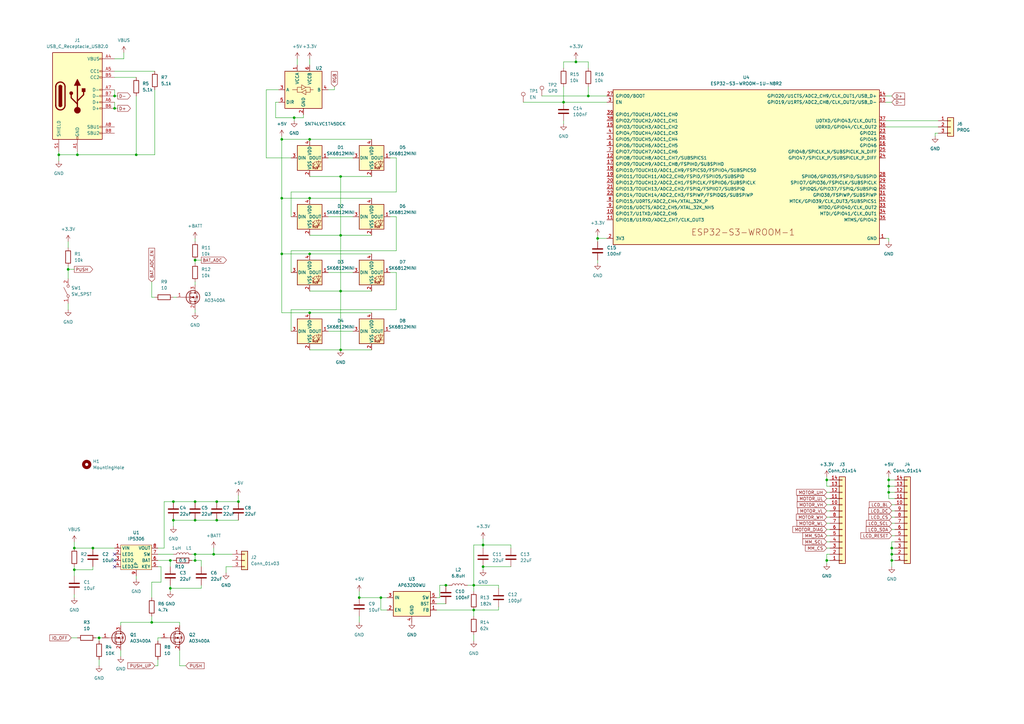
<source format=kicad_sch>
(kicad_sch (version 20211123) (generator eeschema)
  (paper "A3")
  (lib_symbols
    (symbol "Connector:TestPoint" (pin_numbers hide) (pin_names (offset 0.762) hide)
      (property "Reference" "TP" (at 0 6.858 0))
      (property "Value" "TestPoint" (at 0 5.08 0))
      (symbol "TestPoint_1_1"
        (pin passive line (at 0 0 90) (length 2.54) (name "1") (number "1"))
      )
    )
    (symbol "Connector:USB_C_Receptacle_USB2.0" (pin_names (offset 1.016))
      (property "Reference" "J" (at -10.16 19.05 0))
      (property "Value" "USB_C_Receptacle_USB2.0" (at 19.05 19.05 0))
      (symbol "USB_C_Receptacle_USB2.0_1_1"
        (pin passive line (at 0 -22.86 90) (length 5.08) (name "GND") (number "A1"))
        (pin passive line (at 0 -22.86 90) (length 5.08) hide (name "GND") (number "A12"))
        (pin passive line (at 15.24 15.24 180) (length 5.08) (name "VBUS") (number "A4"))
        (pin bidirectional line (at 15.24 10.16 180) (length 5.08) (name "CC1") (number "A5"))
        (pin bidirectional line (at 15.24 -2.54 180) (length 5.08) (name "D+") (number "A6"))
        (pin bidirectional line (at 15.24 2.54 180) (length 5.08) (name "D-") (number "A7"))
        (pin bidirectional line (at 15.24 -12.7 180) (length 5.08) (name "SBU1") (number "A8"))
        (pin passive line (at 15.24 15.24 180) (length 5.08) hide (name "VBUS") (number "A9"))
        (pin passive line (at 0 -22.86 90) (length 5.08) hide (name "GND") (number "B1"))
        (pin passive line (at 0 -22.86 90) (length 5.08) hide (name "GND") (number "B12"))
        (pin passive line (at 15.24 15.24 180) (length 5.08) hide (name "VBUS") (number "B4"))
        (pin bidirectional line (at 15.24 7.62 180) (length 5.08) (name "CC2") (number "B5"))
        (pin bidirectional line (at 15.24 -5.08 180) (length 5.08) (name "D+") (number "B6"))
        (pin bidirectional line (at 15.24 0 180) (length 5.08) (name "D-") (number "B7"))
        (pin bidirectional line (at 15.24 -15.24 180) (length 5.08) (name "SBU2") (number "B8"))
        (pin passive line (at 15.24 15.24 180) (length 5.08) hide (name "VBUS") (number "B9"))
        (pin passive line (at -7.62 -22.86 90) (length 5.08) (name "SHIELD") (number "S1"))
      )
    )
    (symbol "Connector_Generic:Conn_01x03" (pin_names (offset 1.016) hide)
      (property "Reference" "J" (at 0 5.08 0))
      (property "Value" "Conn_01x03" (at 0 -5.08 0))
      (symbol "Conn_01x03_1_1"
        (pin passive line (at -5.08 2.54 0) (length 3.81) (name "Pin_1") (number "1"))
        (pin passive line (at -5.08 0 0) (length 3.81) (name "Pin_2") (number "2"))
        (pin passive line (at -5.08 -2.54 0) (length 3.81) (name "Pin_3") (number "3"))
      )
    )
    (symbol "Connector_Generic:Conn_01x14" (pin_names (offset 1.016) hide)
      (property "Reference" "J" (at 0 17.78 0))
      (property "Value" "Conn_01x14" (at 0 -20.32 0))
      (symbol "Conn_01x14_1_1"
        (pin passive line (at -5.08 15.24 0) (length 3.81) (name "Pin_1") (number "1"))
        (pin passive line (at -5.08 -7.62 0) (length 3.81) (name "Pin_10") (number "10"))
        (pin passive line (at -5.08 -10.16 0) (length 3.81) (name "Pin_11") (number "11"))
        (pin passive line (at -5.08 -12.7 0) (length 3.81) (name "Pin_12") (number "12"))
        (pin passive line (at -5.08 -15.24 0) (length 3.81) (name "Pin_13") (number "13"))
        (pin passive line (at -5.08 -17.78 0) (length 3.81) (name "Pin_14") (number "14"))
        (pin passive line (at -5.08 12.7 0) (length 3.81) (name "Pin_2") (number "2"))
        (pin passive line (at -5.08 10.16 0) (length 3.81) (name "Pin_3") (number "3"))
        (pin passive line (at -5.08 7.62 0) (length 3.81) (name "Pin_4") (number "4"))
        (pin passive line (at -5.08 5.08 0) (length 3.81) (name "Pin_5") (number "5"))
        (pin passive line (at -5.08 2.54 0) (length 3.81) (name "Pin_6") (number "6"))
        (pin passive line (at -5.08 0 0) (length 3.81) (name "Pin_7") (number "7"))
        (pin passive line (at -5.08 -2.54 0) (length 3.81) (name "Pin_8") (number "8"))
        (pin passive line (at -5.08 -5.08 0) (length 3.81) (name "Pin_9") (number "9"))
      )
    )
    (symbol "Device:C" (pin_numbers hide) (pin_names (offset 0.254))
      (property "Reference" "C" (at 0.635 2.54 0))
      (property "Value" "C" (at 0.635 -2.54 0))
      (symbol "C_1_1"
        (pin passive line (at 0 3.81 270) (length 2.794) (name "~") (number "1"))
        (pin passive line (at 0 -3.81 90) (length 2.794) (name "~") (number "2"))
      )
    )
    (symbol "Device:L" (pin_numbers hide) (pin_names (offset 1.016) hide)
      (property "Reference" "L" (at -1.27 0 90))
      (property "Value" "L" (at 1.905 0 90))
      (symbol "L_1_1"
        (pin passive line (at 0 3.81 270) (length 1.27) (name "1") (number "1"))
        (pin passive line (at 0 -3.81 90) (length 1.27) (name "2") (number "2"))
      )
    )
    (symbol "Device:R" (pin_numbers hide) (pin_names (offset 0))
      (property "Reference" "R" (at 2.032 0 90))
      (property "Value" "R" (at 0 0 90))
      (symbol "R_1_1"
        (pin passive line (at 0 3.81 270) (length 1.27) (name "~") (number "1"))
        (pin passive line (at 0 -3.81 90) (length 1.27) (name "~") (number "2"))
      )
    )
    (symbol "Espressif:ESP32-S3-WROOM-1" (pin_names (offset 1.016))
      (property "Reference" "U" (at -53.34 38.1 0))
      (property "Value" "ESP32-S3-WROOM-1" (at -53.34 35.56 0))
      (symbol "ESP32-S3-WROOM-1_0_0"
        (text "ESP32-S3-WROOM-1" (at 0 -25.4 0) (effects (font (size 2.54 2.54))))
        (pin power_in line (at 58.42 -27.94 180) (length 2.54) (name "GND") (number "1"))
        (pin bidirectional line (at -55.88 -17.78 0) (length 2.54) (name "GPIO17/U1TXD/ADC2_CH6") (number "10"))
        (pin bidirectional line (at -55.88 -20.32 0) (length 2.54) (name "GPIO18/U1RXD/ADC2_CH7/CLK_OUT3") (number "11"))
        (pin bidirectional line (at -55.88 5.08 0) (length 2.54) (name "GPIO8/TOUCH8/ADC1_CH7/SUBSPICS1") (number "12"))
        (pin bidirectional line (at 58.42 27.94 180) (length 2.54) (name "GPIO19/U1RTS/ADC2_CH8/CLK_OUT2/USB_D-") (number "13"))
        (pin bidirectional line (at 58.42 30.48 180) (length 2.54) (name "GPIO20/U1CTS/ADC2_CH9/CLK_OUT1/USB_D+") (number "14"))
        (pin bidirectional line (at -55.88 17.78 0) (length 2.54) (name "GPIO3/TOUCH3/ADC1_CH2") (number "15"))
        (pin bidirectional line (at 58.42 10.16 180) (length 2.54) (name "GPIO46") (number "16"))
        (pin bidirectional line (at -55.88 2.54 0) (length 2.54) (name "GPIO9/TOUCH9/ADC1_CH8/FSPIHD/SUBSPIHD") (number "17"))
        (pin bidirectional line (at -55.88 0 0) (length 2.54) (name "GPIO10/TOUCH10/ADC1_CH9/FSPICS0/FSPIIO4/SUBSPICS0") (number "18"))
        (pin bidirectional line (at -55.88 -2.54 0) (length 2.54) (name "GPIO11/TOUCH11/ADC2_CH0/FSPID/FSPIIO5/SUBSPID") (number "19"))
        (pin power_in line (at -55.88 -27.94 0) (length 2.54) (name "3V3") (number "2"))
        (pin bidirectional line (at -55.88 -5.08 0) (length 2.54) (name "GPIO12/TOUCH12/ADC2_CH1/FSPICLK/FSPIIO6/SUBSPICLK") (number "20"))
        (pin bidirectional line (at -55.88 -7.62 0) (length 2.54) (name "GPIO13/TOUCH13/ADC2_CH2/FSPIQ/FSPIIO7/SUBSPIQ") (number "21"))
        (pin bidirectional line (at -55.88 -10.16 0) (length 2.54) (name "GPIO14/TOUCH14/ADC2_CH3/FSPIWP/FSPIDQS/SUBSPIWP") (number "22"))
        (pin bidirectional line (at 58.42 15.24 180) (length 2.54) (name "GPIO21") (number "23"))
        (pin bidirectional line (at 58.42 5.08 180) (length 2.54) (name "GPIO47/SPICLK_P/SUBSPICLK_P_DIFF") (number "24"))
        (pin bidirectional line (at 58.42 7.62 180) (length 2.54) (name "GPIO48/SPICLK_N/SUBSPICLK_N_DIFF") (number "25"))
        (pin bidirectional line (at 58.42 12.7 180) (length 2.54) (name "GPIO45") (number "26"))
        (pin bidirectional line (at -55.88 30.48 0) (length 2.54) (name "GPIO0/BOOT") (number "27"))
        (pin bidirectional line (at 58.42 -2.54 180) (length 2.54) (name "SPIIO6/GPIO35/FSPID/SUBSPID") (number "28"))
        (pin bidirectional line (at 58.42 -5.08 180) (length 2.54) (name "SPIIO7/GPIO36/FSPICLK/SUBSPICLK") (number "29"))
        (pin input line (at -55.88 27.94 0) (length 2.54) (name "EN") (number "3"))
        (pin bidirectional line (at 58.42 -7.62 180) (length 2.54) (name "SPIDQS/GPIO37/FSPIQ/SUBSPIQ") (number "30"))
        (pin bidirectional line (at 58.42 -10.16 180) (length 2.54) (name "GPIO38/FSPIWP/SUBSPIWP") (number "31"))
        (pin bidirectional line (at 58.42 -12.7 180) (length 2.54) (name "MTCK/GPIO39/CLK_OUT3/SUBSPICS1") (number "32"))
        (pin bidirectional line (at 58.42 -15.24 180) (length 2.54) (name "MTDO/GPIO40/CLK_OUT2") (number "33"))
        (pin bidirectional line (at 58.42 -17.78 180) (length 2.54) (name "MTDI/GPIO41/CLK_OUT1") (number "34"))
        (pin bidirectional line (at 58.42 -20.32 180) (length 2.54) (name "MTMS/GPIO42") (number "35"))
        (pin bidirectional line (at 58.42 17.78 180) (length 2.54) (name "U0RXD/GPIO44/CLK_OUT2") (number "36"))
        (pin bidirectional line (at 58.42 20.32 180) (length 2.54) (name "U0TXD/GPIO43/CLK_OUT1") (number "37"))
        (pin bidirectional line (at -55.88 20.32 0) (length 2.54) (name "GPIO2/TOUCH2/ADC1_CH1") (number "38"))
        (pin bidirectional line (at -55.88 22.86 0) (length 2.54) (name "GPIO1/TOUCH1/ADC1_CH0") (number "39"))
        (pin bidirectional line (at -55.88 15.24 0) (length 2.54) (name "GPIO4/TOUCH4/ADC1_CH3") (number "4"))
        (pin passive line (at 58.42 -27.94 180) (length 2.54) hide (name "GND") (number "40"))
        (pin passive line (at 58.42 -27.94 180) (length 2.54) hide (name "GND") (number "41"))
        (pin bidirectional line (at -55.88 12.7 0) (length 2.54) (name "GPIO5/TOUCH5/ADC1_CH4") (number "5"))
        (pin bidirectional line (at -55.88 10.16 0) (length 2.54) (name "GPIO6/TOUCH6/ADC1_CH5") (number "6"))
        (pin bidirectional line (at -55.88 7.62 0) (length 2.54) (name "GPIO7/TOUCH7/ADC1_CH6") (number "7"))
        (pin bidirectional line (at -55.88 -12.7 0) (length 2.54) (name "GPIO15/U0RTS/ADC2_CH4/XTAL_32K_P") (number "8"))
        (pin bidirectional line (at -55.88 -15.24 0) (length 2.54) (name "GPIO16/U0CTS/ADC2_CH5/XTAL_32K_NH5") (number "9"))
      )
    )
    (symbol "IP5306:IP5306"
      (property "Reference" "U" (at -4.445 5.08 0))
      (property "Value" "IP5306" (at 3.175 5.08 0))
      (symbol "IP5306_1_1"
        (pin input line (at -8.89 2.54 0) (length 2.54) (name "VIN") (number "1"))
        (pin input line (at -8.89 0 0) (length 2.54) (name "LED1") (number "2"))
        (pin input line (at -8.89 -2.54 0) (length 2.54) (name "LED2") (number "3"))
        (pin input line (at -8.89 -5.08 0) (length 2.54) (name "LED3") (number "4"))
        (pin input line (at 8.89 -5.08 180) (length 2.54) (name "KEY") (number "5"))
        (pin input line (at 8.89 -2.54 180) (length 2.54) (name "BAT") (number "6"))
        (pin input line (at 8.89 0 180) (length 2.54) (name "SW") (number "7"))
        (pin input line (at 8.89 2.54 180) (length 2.54) (name "VOUT") (number "8"))
        (pin input line (at 0 -8.89 90) (length 2.54) (name "EP") (number "9"))
      )
    )
    (symbol "LED:SK6812MINI" (pin_names (offset 0.254))
      (property "Reference" "D" (at 5.08 5.715 0))
      (property "Value" "SK6812MINI" (at 1.27 -5.715 0))
      (symbol "SK6812MINI_0_0"
        (text "RGB" (at 2.286 -4.191 0) (effects (font (size 0.762 0.762))))
      )
      (symbol "SK6812MINI_1_1"
        (pin output line (at 7.62 0 180) (length 2.54) (name "DOUT") (number "1"))
        (pin power_in line (at 0 -7.62 90) (length 2.54) (name "VSS") (number "2"))
        (pin input line (at -7.62 0 0) (length 2.54) (name "DIN") (number "3"))
        (pin power_in line (at 0 7.62 270) (length 2.54) (name "VDD") (number "4"))
      )
    )
    (symbol "Logic_LevelTranslator:SN74LVC1T45DCK"
      (property "Reference" "U" (at -6.35 8.89 0))
      (property "Value" "SN74LVC1T45DCK" (at 3.81 8.89 0))
      (symbol "SN74LVC1T45DCK_1_1"
        (pin power_in line (at -2.54 10.16 270) (length 2.54) (name "VCCA") (number "1"))
        (pin power_in line (at 0 -10.16 90) (length 2.54) (name "GND") (number "2"))
        (pin bidirectional line (at -10.16 0 0) (length 2.54) (name "A") (number "3"))
        (pin bidirectional line (at 10.16 0 180) (length 2.54) (name "B") (number "4"))
        (pin input line (at -10.16 -5.08 0) (length 2.54) (name "DIR") (number "5"))
        (pin power_in line (at 2.54 10.16 270) (length 2.54) (name "VCCB") (number "6"))
      )
    )
    (symbol "Mechanical:MountingHole" (pin_names (offset 1.016))
      (property "Reference" "H" (at 0 5.08 0))
      (property "Value" "MountingHole" (at 0 3.175 0))
    )
    (symbol "Regulator_Switching:AP63200WU"
      (property "Reference" "U" (at -7.62 6.35 0))
      (property "Value" "AP63200WU" (at 2.54 6.35 0))
      (symbol "AP63200WU_1_1"
        (pin input line (at 10.16 -2.54 180) (length 2.54) (name "FB") (number "1"))
        (pin input line (at -10.16 -2.54 0) (length 2.54) (name "EN") (number "2"))
        (pin power_in line (at -10.16 2.54 0) (length 2.54) (name "IN") (number "3"))
        (pin power_in line (at 0 -7.62 90) (length 2.54) (name "GND") (number "4"))
        (pin output line (at 10.16 2.54 180) (length 2.54) (name "SW") (number "5"))
        (pin passive line (at 10.16 0 180) (length 2.54) (name "BST") (number "6"))
      )
    )
    (symbol "Switch:SW_SPST" (pin_names (offset 0) hide)
      (property "Reference" "SW" (at 0 3.175 0))
      (property "Value" "SW_SPST" (at 0 -2.54 0))
      (symbol "SW_SPST_1_1"
        (pin passive line (at -5.08 0 0) (length 2.54) (name "A") (number "1"))
        (pin passive line (at 5.08 0 180) (length 2.54) (name "B") (number "2"))
      )
    )
    (symbol "Transistor_FET:AO3400A" (pin_names hide)
      (property "Reference" "Q" (at 5.08 1.905 0))
      (property "Value" "AO3400A" (at 5.08 0 0))
      (symbol "AO3400A_1_1"
        (pin input line (at -5.08 0 0) (length 2.54) (name "G") (number "1"))
        (pin passive line (at 2.54 -5.08 90) (length 2.54) (name "S") (number "2"))
        (pin passive line (at 2.54 5.08 270) (length 2.54) (name "D") (number "3"))
      )
    )
    (symbol "power:+3.3V" (power) (pin_names (offset 0))
      (property "Value" "+3.3V" (at 0 3.556 0))
      (symbol "+3.3V_1_1"
        (pin power_in line (at 0 0 90) (length 0) hide (name "+3.3V") (number "1"))
      )
    )
    (symbol "power:+5V" (power) (pin_names (offset 0))
      (property "Value" "+5V" (at 0 3.556 0))
      (symbol "+5V_1_1"
        (pin power_in line (at 0 0 90) (length 0) hide (name "+5V") (number "1"))
      )
    )
    (symbol "power:+BATT" (power) (pin_names (offset 0))
      (property "Value" "+BATT" (at 0 3.556 0))
      (symbol "+BATT_1_1"
        (pin power_in line (at 0 0 90) (length 0) hide (name "+BATT") (number "1"))
      )
    )
    (symbol "power:GND" (power) (pin_names (offset 0))
      (property "Value" "GND" (at 0 -3.81 0))
      (symbol "GND_1_1"
        (pin power_in line (at 0 0 270) (length 0) hide (name "GND") (number "1"))
      )
    )
    (symbol "power:VBUS" (power) (pin_names (offset 0))
      (property "Value" "VBUS" (at 0 3.81 0))
      (symbol "VBUS_1_1"
        (pin power_in line (at 0 0 90) (length 0) hide (name "VBUS") (number "1"))
      )
    )
  )
  (junction (at 231.14 41.91))
  (junction (at 80.01 227.33))
  (junction (at 62.23 255.27))
  (junction (at 40.64 261.62))
  (junction (at 27.94 110.49))
  (junction (at 38.1 224.79))
  (junction (at 24.13 63.5))
  (junction (at 80.01 205.74))
  (junction (at 156.21 245.11))
  (junction (at 69.85 229.87))
  (junction (at 147.32 245.11))
  (junction (at 46.99 44.45))
  (junction (at 198.12 232.41))
  (junction (at 194.31 240.03))
  (junction (at 88.9 205.74))
  (junction (at 69.85 241.3))
  (junction (at 139.7 119.38))
  (junction (at 198.12 223.52))
  (junction (at 88.9 213.36))
  (junction (at 364.49 201.93))
  (junction (at 55.88 63.5))
  (junction (at 364.49 199.39))
  (junction (at 115.57 81.28))
  (junction (at 71.12 205.74))
  (junction (at 127 81.28))
  (junction (at 71.12 213.36))
  (junction (at 80.01 106.68))
  (junction (at 365.76 227.33))
  (junction (at 46.99 39.37))
  (junction (at 182.88 240.03))
  (junction (at 339.09 196.85))
  (junction (at 115.57 57.15))
  (junction (at 87.63 227.33))
  (junction (at 30.48 233.68))
  (junction (at 139.7 72.39))
  (junction (at 115.57 104.14))
  (junction (at 80.01 213.36))
  (junction (at 97.79 205.74))
  (junction (at 236.22 25.4))
  (junction (at 80.01 229.87))
  (junction (at 365.76 224.79))
  (junction (at 139.7 143.51))
  (junction (at 364.49 196.85))
  (junction (at 339.09 229.87))
  (junction (at 127 104.14))
  (junction (at 31.75 63.5))
  (junction (at 365.76 229.87))
  (junction (at 30.48 224.79))
  (junction (at 194.31 250.19))
  (junction (at 139.7 96.52))
  (junction (at 120.65 48.26))
  (junction (at 127 57.15))
  (junction (at 241.3 39.37))
  (junction (at 245.11 97.79))
  (junction (at 127 128.27))
  (no_connect (at 46.99 232.41))
  (no_connect (at 46.99 227.33))
  (no_connect (at 46.99 229.87))
  (wire (pts (xy 62.23 121.92) (xy 63.5 121.92)))
  (wire (pts (xy 198.12 232.41) (xy 198.12 233.68)))
  (wire (pts (xy 40.64 261.62) (xy 40.64 262.89)))
  (wire (pts (xy 367.03 227.33) (xy 365.76 227.33)))
  (wire (pts (xy 80.01 127) (xy 80.01 128.27)))
  (wire (pts (xy 27.94 99.06) (xy 27.94 101.6)))
  (wire (pts (xy 194.31 240.03) (xy 194.31 242.57)))
  (wire (pts (xy 180.34 240.03) (xy 182.88 240.03)))
  (wire (pts (xy 365.76 214.63) (xy 367.03 214.63)))
  (wire (pts (xy 365.76 207.01) (xy 367.03 207.01)))
  (wire (pts (xy 97.79 203.2) (xy 97.79 205.74)))
  (wire (pts (xy 46.99 41.91) (xy 46.99 44.45)))
  (wire (pts (xy 66.04 261.62) (xy 64.77 261.62)))
  (wire (pts (xy 62.23 252.73) (xy 62.23 255.27)))
  (wire (pts (xy 82.55 241.3) (xy 82.55 240.03)))
  (wire (pts (xy 66.04 232.41) (xy 66.04 238.76)))
  (wire (pts (xy 31.75 62.23) (xy 31.75 63.5)))
  (wire (pts (xy 88.9 213.36) (xy 97.79 213.36)))
  (wire (pts (xy 46.99 29.21) (xy 63.5 29.21)))
  (wire (pts (xy 339.09 214.63) (xy 340.36 214.63)))
  (wire (pts (xy 27.94 124.46) (xy 27.94 127)))
  (wire (pts (xy 127 104.14) (xy 115.57 104.14)))
  (wire (pts (xy 241.3 39.37) (xy 248.92 39.37)))
  (wire (pts (xy 64.77 261.62) (xy 64.77 262.89)))
  (wire (pts (xy 109.22 64.77) (xy 119.38 64.77)))
  (wire (pts (xy 80.01 227.33) (xy 87.63 227.33)))
  (wire (pts (xy 182.88 240.03) (xy 184.15 240.03)))
  (wire (pts (xy 339.09 201.93) (xy 340.36 201.93)))
  (wire (pts (xy 87.63 227.33) (xy 95.25 227.33)))
  (wire (pts (xy 364.49 201.93) (xy 364.49 199.39)))
  (wire (pts (xy 80.01 106.68) (xy 80.01 107.95)))
  (wire (pts (xy 115.57 81.28) (xy 115.57 57.15)))
  (wire (pts (xy 191.77 240.03) (xy 194.31 240.03)))
  (wire (pts (xy 198.12 232.41) (xy 209.55 232.41)))
  (wire (pts (xy 46.99 31.75) (xy 55.88 31.75)))
  (wire (pts (xy 180.34 245.11) (xy 180.34 240.03)))
  (wire (pts (xy 38.1 233.68) (xy 30.48 233.68)))
  (wire (pts (xy 82.55 232.41) (xy 82.55 229.87)))
  (wire (pts (xy 241.3 35.56) (xy 241.3 39.37)))
  (wire (pts (xy 339.09 196.85) (xy 339.09 195.58)))
  (wire (pts (xy 80.01 205.74) (xy 88.9 205.74)))
  (wire (pts (xy 339.09 207.01) (xy 340.36 207.01)))
  (wire (pts (xy 73.66 255.27) (xy 73.66 256.54)))
  (wire (pts (xy 363.22 41.91) (xy 365.76 41.91)))
  (wire (pts (xy 73.66 273.05) (xy 73.66 266.7)))
  (wire (pts (xy 134.62 111.76) (xy 144.78 111.76)))
  (wire (pts (xy 64.77 273.05) (xy 64.77 270.51)))
  (wire (pts (xy 66.04 238.76) (xy 62.23 238.76)))
  (wire (pts (xy 127 128.27) (xy 115.57 128.27)))
  (wire (pts (xy 119.38 78.74) (xy 119.38 88.9)))
  (wire (pts (xy 63.5 36.83) (xy 63.5 63.5)))
  (wire (pts (xy 115.57 104.14) (xy 115.57 81.28)))
  (wire (pts (xy 46.99 44.45) (xy 48.26 44.45)))
  (wire (pts (xy 30.48 222.25) (xy 30.48 224.79)))
  (wire (pts (xy 194.31 260.35) (xy 194.31 262.89)))
  (wire (pts (xy 367.03 229.87) (xy 365.76 229.87)))
  (wire (pts (xy 179.07 247.65) (xy 182.88 247.65)))
  (wire (pts (xy 364.49 195.58) (xy 364.49 196.85)))
  (wire (pts (xy 87.63 224.79) (xy 87.63 227.33)))
  (wire (pts (xy 80.01 97.79) (xy 80.01 99.06)))
  (wire (pts (xy 162.56 102.87) (xy 119.38 102.87)))
  (wire (pts (xy 339.09 204.47) (xy 340.36 204.47)))
  (wire (pts (xy 194.31 223.52) (xy 194.31 240.03)))
  (wire (pts (xy 30.48 243.84) (xy 30.48 245.11)))
  (wire (pts (xy 62.23 238.76) (xy 62.23 245.11)))
  (wire (pts (xy 50.8 24.13) (xy 46.99 24.13)))
  (wire (pts (xy 204.47 240.03) (xy 204.47 241.3)))
  (wire (pts (xy 231.14 35.56) (xy 231.14 41.91)))
  (wire (pts (xy 236.22 25.4) (xy 241.3 25.4)))
  (wire (pts (xy 245.11 106.68) (xy 245.11 107.95)))
  (wire (pts (xy 339.09 209.55) (xy 340.36 209.55)))
  (wire (pts (xy 139.7 96.52) (xy 139.7 119.38)))
  (wire (pts (xy 120.65 48.26) (xy 124.46 48.26)))
  (wire (pts (xy 364.49 196.85) (xy 367.03 196.85)))
  (wire (pts (xy 162.56 111.76) (xy 162.56 127)))
  (wire (pts (xy 40.64 261.62) (xy 41.91 261.62)))
  (wire (pts (xy 194.31 240.03) (xy 204.47 240.03)))
  (wire (pts (xy 364.49 204.47) (xy 364.49 201.93)))
  (wire (pts (xy 64.77 227.33) (xy 71.12 227.33)))
  (wire (pts (xy 127 57.15) (xy 115.57 57.15)))
  (wire (pts (xy 339.09 199.39) (xy 339.09 196.85)))
  (wire (pts (xy 365.76 229.87) (xy 365.76 232.41)))
  (wire (pts (xy 339.09 231.14) (xy 339.09 229.87)))
  (wire (pts (xy 179.07 245.11) (xy 180.34 245.11)))
  (wire (pts (xy 147.32 252.73) (xy 147.32 255.27)))
  (wire (pts (xy 114.3 41.91) (xy 113.03 41.91)))
  (wire (pts (xy 198.12 223.52) (xy 194.31 223.52)))
  (wire (pts (xy 119.38 127) (xy 119.38 135.89)))
  (wire (pts (xy 67.31 224.79) (xy 67.31 205.74)))
  (wire (pts (xy 80.01 229.87) (xy 80.01 227.33)))
  (wire (pts (xy 55.88 236.22) (xy 55.88 237.49)))
  (wire (pts (xy 248.92 97.79) (xy 245.11 97.79)))
  (wire (pts (xy 340.36 199.39) (xy 339.09 199.39)))
  (wire (pts (xy 363.22 49.53) (xy 384.81 49.53)))
  (wire (pts (xy 162.56 127) (xy 119.38 127)))
  (wire (pts (xy 115.57 55.88) (xy 115.57 57.15)))
  (wire (pts (xy 88.9 205.74) (xy 97.79 205.74)))
  (wire (pts (xy 241.3 25.4) (xy 241.3 27.94)))
  (wire (pts (xy 194.31 250.19) (xy 204.47 250.19)))
  (wire (pts (xy 383.54 54.61) (xy 383.54 55.88)))
  (wire (pts (xy 365.76 209.55) (xy 367.03 209.55)))
  (wire (pts (xy 27.94 109.22) (xy 27.94 110.49)))
  (wire (pts (xy 127 81.28) (xy 115.57 81.28)))
  (wire (pts (xy 115.57 128.27) (xy 115.57 104.14)))
  (wire (pts (xy 231.14 49.53) (xy 231.14 50.8)))
  (wire (pts (xy 340.36 196.85) (xy 339.09 196.85)))
  (wire (pts (xy 127 96.52) (xy 139.7 96.52)))
  (wire (pts (xy 160.02 64.77) (xy 162.56 64.77)))
  (wire (pts (xy 160.02 88.9) (xy 162.56 88.9)))
  (wire (pts (xy 27.94 110.49) (xy 27.94 114.3)))
  (wire (pts (xy 340.36 227.33) (xy 339.09 227.33)))
  (wire (pts (xy 62.23 115.57) (xy 62.23 121.92)))
  (wire (pts (xy 55.88 63.5) (xy 31.75 63.5)))
  (wire (pts (xy 124.46 48.26) (xy 124.46 46.99)))
  (wire (pts (xy 139.7 119.38) (xy 139.7 143.51)))
  (wire (pts (xy 339.09 222.25) (xy 340.36 222.25)))
  (wire (pts (xy 49.53 255.27) (xy 49.53 256.54)))
  (wire (pts (xy 198.12 220.98) (xy 198.12 223.52)))
  (wire (pts (xy 78.74 229.87) (xy 80.01 229.87)))
  (wire (pts (xy 162.56 88.9) (xy 162.56 102.87)))
  (wire (pts (xy 222.25 39.37) (xy 241.3 39.37)))
  (wire (pts (xy 31.75 63.5) (xy 24.13 63.5)))
  (wire (pts (xy 152.4 104.14) (xy 127 104.14)))
  (wire (pts (xy 365.76 217.17) (xy 367.03 217.17)))
  (wire (pts (xy 198.12 223.52) (xy 209.55 223.52)))
  (wire (pts (xy 339.09 212.09) (xy 340.36 212.09)))
  (wire (pts (xy 339.09 217.17) (xy 340.36 217.17)))
  (wire (pts (xy 127 143.51) (xy 139.7 143.51)))
  (wire (pts (xy 69.85 229.87) (xy 69.85 232.41)))
  (wire (pts (xy 137.16 36.83) (xy 134.62 36.83)))
  (wire (pts (xy 198.12 223.52) (xy 198.12 224.79)))
  (wire (pts (xy 127 24.13) (xy 127 26.67)))
  (wire (pts (xy 82.55 229.87) (xy 80.01 229.87)))
  (wire (pts (xy 158.75 250.19) (xy 156.21 250.19)))
  (wire (pts (xy 69.85 229.87) (xy 71.12 229.87)))
  (wire (pts (xy 30.48 233.68) (xy 30.48 232.41)))
  (wire (pts (xy 38.1 232.41) (xy 38.1 233.68)))
  (wire (pts (xy 92.71 232.41) (xy 92.71 234.95)))
  (wire (pts (xy 365.76 224.79) (xy 365.76 227.33)))
  (wire (pts (xy 114.3 36.83) (xy 109.22 36.83)))
  (wire (pts (xy 71.12 205.74) (xy 80.01 205.74)))
  (wire (pts (xy 30.48 224.79) (xy 38.1 224.79)))
  (wire (pts (xy 38.1 224.79) (xy 46.99 224.79)))
  (wire (pts (xy 147.32 242.57) (xy 147.32 245.11)))
  (wire (pts (xy 64.77 229.87) (xy 69.85 229.87)))
  (wire (pts (xy 156.21 245.11) (xy 158.75 245.11)))
  (wire (pts (xy 179.07 250.19) (xy 194.31 250.19)))
  (wire (pts (xy 63.5 63.5) (xy 55.88 63.5)))
  (wire (pts (xy 62.23 255.27) (xy 73.66 255.27)))
  (wire (pts (xy 236.22 24.13) (xy 236.22 25.4)))
  (wire (pts (xy 24.13 63.5) (xy 24.13 66.04)))
  (wire (pts (xy 109.22 36.83) (xy 109.22 64.77)))
  (wire (pts (xy 46.99 39.37) (xy 48.26 39.37)))
  (wire (pts (xy 156.21 250.19) (xy 156.21 245.11)))
  (wire (pts (xy 80.01 115.57) (xy 80.01 116.84)))
  (wire (pts (xy 204.47 248.92) (xy 204.47 250.19)))
  (wire (pts (xy 162.56 64.77) (xy 162.56 78.74)))
  (wire (pts (xy 62.23 255.27) (xy 49.53 255.27)))
  (wire (pts (xy 134.62 88.9) (xy 144.78 88.9)))
  (wire (pts (xy 127 72.39) (xy 139.7 72.39)))
  (wire (pts (xy 162.56 78.74) (xy 119.38 78.74)))
  (wire (pts (xy 69.85 241.3) (xy 69.85 242.57)))
  (wire (pts (xy 76.2 273.05) (xy 73.66 273.05)))
  (wire (pts (xy 363.22 52.07) (xy 384.81 52.07)))
  (wire (pts (xy 152.4 128.27) (xy 127 128.27)))
  (wire (pts (xy 78.74 227.33) (xy 80.01 227.33)))
  (wire (pts (xy 64.77 224.79) (xy 67.31 224.79)))
  (wire (pts (xy 92.71 232.41) (xy 95.25 232.41)))
  (wire (pts (xy 152.4 57.15) (xy 127 57.15)))
  (wire (pts (xy 29.21 261.62) (xy 31.75 261.62)))
  (wire (pts (xy 46.99 36.83) (xy 46.99 39.37)))
  (wire (pts (xy 194.31 250.19) (xy 194.31 252.73)))
  (wire (pts (xy 69.85 240.03) (xy 69.85 241.3)))
  (wire (pts (xy 365.76 227.33) (xy 365.76 229.87)))
  (wire (pts (xy 134.62 64.77) (xy 144.78 64.77)))
  (wire (pts (xy 63.5 273.05) (xy 64.77 273.05)))
  (wire (pts (xy 139.7 72.39) (xy 139.7 96.52)))
  (wire (pts (xy 365.76 222.25) (xy 365.76 224.79)))
  (wire (pts (xy 40.64 270.51) (xy 40.64 273.05)))
  (wire (pts (xy 363.22 39.37) (xy 365.76 39.37)))
  (wire (pts (xy 119.38 102.87) (xy 119.38 111.76)))
  (wire (pts (xy 236.22 25.4) (xy 231.14 25.4)))
  (wire (pts (xy 121.92 24.13) (xy 121.92 26.67)))
  (wire (pts (xy 134.62 135.89) (xy 144.78 135.89)))
  (wire (pts (xy 139.7 72.39) (xy 152.4 72.39)))
  (wire (pts (xy 64.77 232.41) (xy 66.04 232.41)))
  (wire (pts (xy 367.03 201.93) (xy 364.49 201.93)))
  (wire (pts (xy 50.8 21.59) (xy 50.8 24.13)))
  (wire (pts (xy 245.11 97.79) (xy 245.11 96.52)))
  (wire (pts (xy 139.7 143.51) (xy 152.4 143.51)))
  (wire (pts (xy 30.48 110.49) (xy 27.94 110.49)))
  (wire (pts (xy 71.12 213.36) (xy 80.01 213.36)))
  (wire (pts (xy 152.4 81.28) (xy 127 81.28)))
  (wire (pts (xy 367.03 204.47) (xy 364.49 204.47)))
  (wire (pts (xy 69.85 241.3) (xy 82.55 241.3)))
  (wire (pts (xy 55.88 39.37) (xy 55.88 63.5)))
  (wire (pts (xy 365.76 212.09) (xy 367.03 212.09)))
  (wire (pts (xy 214.63 41.91) (xy 231.14 41.91)))
  (wire (pts (xy 67.31 205.74) (xy 71.12 205.74)))
  (wire (pts (xy 71.12 213.36) (xy 71.12 215.9)))
  (wire (pts (xy 147.32 245.11) (xy 156.21 245.11)))
  (wire (pts (xy 209.55 223.52) (xy 209.55 224.79)))
  (wire (pts (xy 127 119.38) (xy 139.7 119.38)))
  (wire (pts (xy 367.03 224.79) (xy 365.76 224.79)))
  (wire (pts (xy 367.03 222.25) (xy 365.76 222.25)))
  (wire (pts (xy 71.12 121.92) (xy 72.39 121.92)))
  (wire (pts (xy 49.53 266.7) (xy 49.53 269.24)))
  (wire (pts (xy 339.09 224.79) (xy 340.36 224.79)))
  (wire (pts (xy 160.02 111.76) (xy 162.56 111.76)))
  (wire (pts (xy 245.11 97.79) (xy 245.11 99.06)))
  (wire (pts (xy 364.49 97.79) (xy 364.49 99.06)))
  (wire (pts (xy 113.03 48.26) (xy 120.65 48.26)))
  (wire (pts (xy 137.16 35.56) (xy 137.16 36.83)))
  (wire (pts (xy 384.81 54.61) (xy 383.54 54.61)))
  (wire (pts (xy 80.01 213.36) (xy 88.9 213.36)))
  (wire (pts (xy 139.7 119.38) (xy 152.4 119.38)))
  (wire (pts (xy 365.76 219.71) (xy 367.03 219.71)))
  (wire (pts (xy 363.22 97.79) (xy 364.49 97.79)))
  (wire (pts (xy 231.14 25.4) (xy 231.14 27.94)))
  (wire (pts (xy 139.7 96.52) (xy 152.4 96.52)))
  (wire (pts (xy 367.03 199.39) (xy 364.49 199.39)))
  (wire (pts (xy 364.49 199.39) (xy 364.49 196.85)))
  (wire (pts (xy 339.09 229.87) (xy 340.36 229.87)))
  (wire (pts (xy 231.14 41.91) (xy 248.92 41.91)))
  (wire (pts (xy 24.13 62.23) (xy 24.13 63.5)))
  (wire (pts (xy 30.48 233.68) (xy 30.48 236.22)))
  (wire (pts (xy 120.65 48.26) (xy 120.65 49.53)))
  (wire (pts (xy 339.09 219.71) (xy 340.36 219.71)))
  (wire (pts (xy 113.03 41.91) (xy 113.03 48.26)))
  (wire (pts (xy 339.09 227.33) (xy 339.09 229.87)))
  (wire (pts (xy 39.37 261.62) (xy 40.64 261.62)))
  (wire (pts (xy 80.01 106.68) (xy 82.55 106.68)))
  (global_label "BAT_ADC" (shape output) (at 82.55 106.68 0) (property "Intersheet References" "${INTERSHEET_REFS}" (effects hide)))
  (global_label "IO_OFF" (shape input) (at 29.21 261.62 180) (property "Intersheet References" "${INTERSHEET_REFS}" (effects hide)))
  (global_label "LCD_SCL" (shape input) (at 365.76 214.63 180) (property "Intersheet References" "${INTERSHEET_REFS}" (effects hide)))
  (global_label "PUSH" (shape input) (at 76.2 273.05 0) (property "Intersheet References" "${INTERSHEET_REFS}" (effects hide)))
  (global_label "LCD_SDA" (shape input) (at 365.76 217.17 180) (property "Intersheet References" "${INTERSHEET_REFS}" (effects hide)))
  (global_label "LCD_RESET" (shape input) (at 365.76 219.71 180) (property "Intersheet References" "${INTERSHEET_REFS}" (effects hide)))
  (global_label "LCD_BL" (shape input) (at 365.76 207.01 180) (property "Intersheet References" "${INTERSHEET_REFS}" (effects hide)))
  (global_label "MOTOR_WL" (shape input) (at 339.09 214.63 180) (property "Intersheet References" "${INTERSHEET_REFS}" (effects hide)))
  (global_label "D-" (shape input) (at 365.76 41.91 0) (property "Intersheet References" "${INTERSHEET_REFS}" (effects hide)))
  (global_label "MOTOR_VL" (shape input) (at 339.09 209.55 180) (property "Intersheet References" "${INTERSHEET_REFS}" (effects hide)))
  (global_label "MOTOR_VH" (shape input) (at 339.09 207.01 180) (property "Intersheet References" "${INTERSHEET_REFS}" (effects hide)))
  (global_label "MOTOR_UL" (shape input) (at 339.09 204.47 180) (property "Intersheet References" "${INTERSHEET_REFS}" (effects hide)))
  (global_label "D-" (shape output) (at 48.26 39.37 0) (property "Intersheet References" "${INTERSHEET_REFS}" (effects hide)))
  (global_label "MOTOR_UH" (shape input) (at 339.09 201.93 180) (property "Intersheet References" "${INTERSHEET_REFS}" (effects hide)))
  (global_label "PUSH_UP" (shape input) (at 63.5 273.05 180) (property "Intersheet References" "${INTERSHEET_REFS}" (effects hide)))
  (global_label "LCD_DC" (shape input) (at 365.76 209.55 180) (property "Intersheet References" "${INTERSHEET_REFS}" (effects hide)))
  (global_label "MM_SCL" (shape input) (at 339.09 222.25 180) (property "Intersheet References" "${INTERSHEET_REFS}" (effects hide)))
  (global_label "LCD_CS" (shape input) (at 365.76 212.09 180) (property "Intersheet References" "${INTERSHEET_REFS}" (effects hide)))
  (global_label "MOTOR_WH" (shape input) (at 339.09 212.09 180) (property "Intersheet References" "${INTERSHEET_REFS}" (effects hide)))
  (global_label "D+" (shape output) (at 48.26 44.45 0) (property "Intersheet References" "${INTERSHEET_REFS}" (effects hide)))
  (global_label "PUSH" (shape output) (at 30.48 110.49 0) (property "Intersheet References" "${INTERSHEET_REFS}" (effects hide)))
  (global_label "D+" (shape input) (at 365.76 39.37 0) (property "Intersheet References" "${INTERSHEET_REFS}" (effects hide)))
  (global_label "BAT_ADC_EN" (shape input) (at 62.23 115.57 90) (property "Intersheet References" "${INTERSHEET_REFS}" (effects hide)))
  (global_label "MM_CS" (shape input) (at 339.09 224.79 180) (property "Intersheet References" "${INTERSHEET_REFS}" (effects hide)))
  (global_label "RGB" (shape input) (at 137.16 35.56 90) (property "Intersheet References" "${INTERSHEET_REFS}" (effects hide)))
  (global_label "MM_SDA" (shape input) (at 339.09 219.71 180) (property "Intersheet References" "${INTERSHEET_REFS}" (effects hide)))
  (global_label "MOTOR_DIAG" (shape input) (at 339.09 217.17 180) (property "Intersheet References" "${INTERSHEET_REFS}" (effects hide)))
  (symbol (lib_id "Device:C") (at 30.48 240.03 0) (unit 1)
    (property "Reference" "C1" (at 34.29 238.7599 0) (effects (justify left)))
    (property "Value" "10uF" (at 34.29 241.2999 0) (effects (justify left)))
    (property "Footprint" "Capacitor_SMD:C_0603_1608Metric" (effects hide))
  )
  (symbol (lib_id "Device:C") (at 88.9 209.55 0) (unit 1)
    (property "Reference" "C7" (at 91.44 208.28 0) (effects (justify left)))
    (property "Value" "22uF" (at 91.44 210.82 0) (effects (justify left)))
    (property "Footprint" "Capacitor_SMD:C_0805_2012Metric" (effects hide))
  )
  (symbol (lib_id "power:+5V") (at 364.49 195.58 0) (unit 1)
    (property "Reference" "#PWR0102" (effects hide))
    (property "Value" "+5V" (at 364.49 190.5 0))
  )
  (symbol (lib_id "power:GND") (at 339.09 231.14 0) (unit 1)
    (property "Reference" "#PWR032" (effects hide))
    (property "Value" "GND" (at 339.09 236.22 0))
  )
  (symbol (lib_id "Device:L") (at 187.96 240.03 90) (unit 1)
    (property "Reference" "L2" (at 187.96 233.68 90))
    (property "Value" "6.8uH" (at 187.96 236.22 90))
    (property "Footprint" "Sunlord:MWSA0402S-6R8MT" (effects hide))
    (property "LCSC" "C408338" (effects hide))
  )
  (symbol (lib_id "power:GND") (at 30.48 245.11 0) (unit 1)
    (property "Reference" "#PWR05" (effects hide))
    (property "Value" "GND" (at 30.48 250.19 0))
  )
  (symbol (lib_id "LED:SK6812MINI") (at 127 88.9 0) (unit 1)
    (property "Reference" "D2" (at 139.7 84.5693 0))
    (property "Value" "SK6812MINI" (at 139.7 87.1093 0))
    (property "Footprint" "LED_SMD:LED_SK6812MINI_PLCC4_3.5x3.5mm_P1.75mm" (effects hide))
    (property "Datasheet" "https://cdn-shop.adafruit.com/product-files/2686/SK6812MINI_REV.01-1-2.pdf" (effects hide))
  )
  (symbol (lib_id "Device:R") (at 80.01 111.76 0) (unit 1)
    (property "Reference" "R12" (at 82.55 110.4899 0) (effects (justify left)))
    (property "Value" "10k" (at 82.55 113.0299 0) (effects (justify left)))
    (property "Footprint" "Resistor_SMD:R_0603_1608Metric" (effects hide))
  )
  (symbol (lib_id "power:GND") (at 27.94 127 0) (unit 1)
    (property "Reference" "#PWR03" (effects hide))
    (property "Value" "GND" (at 27.94 132.08 0))
  )
  (symbol (lib_id "power:+BATT") (at 80.01 97.79 0) (unit 1)
    (property "Reference" "#PWR011" (effects hide))
    (property "Value" "+BATT" (at 80.01 92.71 0))
  )
  (symbol (lib_id "Connector:USB_C_Receptacle_USB2.0") (at 31.75 39.37 0) (unit 1)
    (property "Reference" "J1" (at 31.75 16.51 0))
    (property "Value" "USB_C_Receptacle_USB2.0" (at 31.75 19.05 0))
    (property "Footprint" "Connector_USB:USB_C_Receptacle_HRO_TYPE-C-31-M-12" (effects hide))
    (property "Datasheet" "https://www.usb.org/sites/default/files/documents/usb_type-c.zip" (effects hide))
    (property "LCSC" "C165948" (effects hide))
  )
  (symbol (lib_id "Mechanical:MountingHole") (at 35.56 190.5 0) (unit 1)
    (property "Reference" "H1" (at 38.1 189.2299 0) (effects (justify left)))
    (property "Value" "MountingHole" (at 38.1 191.7699 0) (effects (justify left)))
    (property "Footprint" "Knob:holes" (effects hide))
  )
  (symbol (lib_id "power:GND") (at 40.64 273.05 0) (unit 1)
    (property "Reference" "#PWR06" (effects hide))
    (property "Value" "GND" (at 40.64 278.13 0))
  )
  (symbol (lib_id "power:+5V") (at 97.79 203.2 0) (unit 1)
    (property "Reference" "#PWR015" (effects hide))
    (property "Value" "+5V" (at 97.79 198.12 0))
  )
  (symbol (lib_id "Connector_Generic:Conn_01x03") (at 100.33 229.87 0) (unit 1)
    (property "Reference" "J2" (at 102.87 228.5999 0) (effects (justify left)))
    (property "Value" "Conn_01x03" (at 102.87 231.1399 0) (effects (justify left)))
    (property "Footprint" "Connector_Molex:Molex_PicoBlade_53261-0371_1x03-1MP_P1.25mm_Horizontal" (effects hide))
  )
  (symbol (lib_id "power:VBUS") (at 30.48 222.25 0) (unit 1)
    (property "Reference" "#PWR04" (effects hide))
    (property "Value" "VBUS" (at 30.48 217.17 0))
  )
  (symbol (lib_id "power:GND") (at 139.7 143.51 0) (unit 1)
    (property "Reference" "#PWR020" (effects hide))
    (property "Value" "GND" (at 139.7 148.59 0))
  )
  (symbol (lib_id "power:GND") (at 231.14 50.8 0) (unit 1)
    (property "Reference" "#PWR027" (effects hide))
    (property "Value" "GND" (at 231.14 55.88 0))
  )
  (symbol (lib_id "Device:C") (at 204.47 245.11 0) (unit 1)
    (property "Reference" "C12" (at 208.28 243.8399 0) (effects (justify left)))
    (property "Value" "100pF" (at 208.28 246.3799 0) (effects (justify left)))
    (property "Footprint" "Capacitor_SMD:C_0603_1608Metric" (effects hide))
  )
  (symbol (lib_id "power:GND") (at 168.91 255.27 0) (unit 1)
    (property "Reference" "#PWR023" (effects hide))
    (property "Value" "GND" (at 168.91 260.35 0))
  )
  (symbol (lib_id "power:+3.3V") (at 339.09 195.58 0) (unit 1)
    (property "Reference" "#PWR031" (effects hide))
    (property "Value" "+3.3V" (at 339.09 190.5 0))
  )
  (symbol (lib_id "Device:L") (at 74.93 227.33 90) (unit 1)
    (property "Reference" "L1" (at 77.47 224.79 90))
    (property "Value" "1uH" (at 72.39 224.79 90))
    (property "Footprint" "Sunlord:MWSA0402S-6R8MT" (effects hide))
    (property "MFN" "MWSA0402S-1R0MT" (effects hide))
    (property "LCSC" "C408332" (effects hide))
  )
  (symbol (lib_id "power:+3.3V") (at 245.11 96.52 0) (unit 1)
    (property "Reference" "#PWR029" (effects hide))
    (property "Value" "+3.3V" (at 245.11 91.44 0))
  )
  (symbol (lib_id "Switch:SW_SPST") (at 27.94 119.38 90) (unit 1)
    (property "Reference" "SW1" (at 29.21 118.1099 90) (effects (justify right)))
    (property "Value" "SW_SPST" (at 29.21 120.6499 90) (effects (justify right)))
    (property "Footprint" "Yuandi:TS-1068A-A2B3-D2" (effects hide))
    (property "LCSC" "C498297" (effects hide))
  )
  (symbol (lib_id "Device:R") (at 55.88 35.56 0) (unit 1)
    (property "Reference" "R5" (at 58.42 34.2899 0) (effects (justify left)))
    (property "Value" "5.1k" (at 58.42 36.8299 0) (effects (justify left)))
    (property "Footprint" "Resistor_SMD:R_0603_1608Metric" (effects hide))
  )
  (symbol (lib_id "LED:SK6812MINI") (at 127 64.77 0) (unit 1)
    (property "Reference" "D1" (at 139.7 60.4393 0))
    (property "Value" "SK6812MINI" (at 139.7 62.9793 0))
    (property "Footprint" "LED_SMD:LED_SK6812MINI_PLCC4_3.5x3.5mm_P1.75mm" (effects hide))
    (property "Datasheet" "https://cdn-shop.adafruit.com/product-files/2686/SK6812MINI_REV.01-1-2.pdf" (effects hide))
  )
  (symbol (lib_id "Connector:TestPoint") (at 222.25 39.37 0) (unit 1)
    (property "Reference" "TP2" (at 224.79 34.7979 0) (effects (justify left)))
    (property "Value" "GP0" (at 224.79 37.3379 0) (effects (justify left)))
    (property "Footprint" "TestPoint:TestPoint_Pad_D2.0mm" (effects hide))
  )
  (symbol (lib_id "power:GND") (at 55.88 237.49 0) (unit 1)
    (property "Reference" "#PWR08" (effects hide))
    (property "Value" "GND" (at 55.88 242.57 0))
  )
  (symbol (lib_id "power:GND") (at 120.65 49.53 0) (unit 1)
    (property "Reference" "#PWR017" (effects hide))
    (property "Value" "GND" (at 120.65 54.61 0))
  )
  (symbol (lib_id "power:+3.3V") (at 27.94 99.06 0) (unit 1)
    (property "Reference" "#PWR02" (effects hide))
    (property "Value" "+3.3V" (at 27.94 93.98 0))
  )
  (symbol (lib_id "Connector_Generic:Conn_01x14") (at 372.11 214.63 0) (mirror x) (unit 1)
    (property "Reference" "J4" (at 372.11 190.5 0))
    (property "Value" "Conn_01x14" (at 372.11 193.04 0))
    (property "Footprint" "Jushuo:FPC_14" (effects hide))
    (property "LCSC" "C262561" (effects hide))
  )
  (symbol (lib_id "Device:R") (at 27.94 105.41 0) (unit 1)
    (property "Reference" "R1" (at 30.48 104.1399 0) (effects (justify left)))
    (property "Value" "10k" (at 30.48 106.6799 0) (effects (justify left)))
    (property "Footprint" "Resistor_SMD:R_0603_1608Metric" (effects hide))
  )
  (symbol (lib_id "Device:R") (at 67.31 121.92 90) (unit 1)
    (property "Reference" "R9" (at 67.31 115.57 90))
    (property "Value" "10" (at 67.31 118.11 90))
    (property "Footprint" "Resistor_SMD:R_0603_1608Metric" (effects hide))
  )
  (symbol (lib_id "power:GND") (at 49.53 269.24 0) (unit 1)
    (property "Reference" "#PWR0101" (effects hide))
    (property "Value" "GND" (at 49.53 274.32 0))
  )
  (symbol (lib_id "IP5306:IP5306") (at 55.88 227.33 0) (unit 1)
    (property "Reference" "U1" (at 55.88 218.44 0))
    (property "Value" "IP5306" (at 55.88 220.98 0))
    (property "Footprint" "Package_SO:SOP-8-1EP_4.57x4.57mm_P1.27mm_EP4.57x4.45mm_ThermalVias" (effects hide))
  )
  (symbol (lib_id "power:GND") (at 245.11 107.95 0) (unit 1)
    (property "Reference" "#PWR030" (effects hide))
    (property "Value" "GND" (at 245.11 113.03 0))
  )
  (symbol (lib_id "Device:R") (at 231.14 31.75 0) (unit 1)
    (property "Reference" "R15" (at 233.68 30.4799 0) (effects (justify left)))
    (property "Value" "10k" (at 233.68 33.0199 0) (effects (justify left)))
    (property "Footprint" "Resistor_SMD:R_0603_1608Metric" (effects hide))
  )
  (symbol (lib_id "power:GND") (at 198.12 233.68 0) (unit 1)
    (property "Reference" "#PWR026" (effects hide))
    (property "Value" "GND" (at 198.12 238.76 0))
  )
  (symbol (lib_id "Device:C") (at 97.79 209.55 0) (unit 1)
    (property "Reference" "C8" (at 100.33 208.28 0) (effects (justify left)))
    (property "Value" "22uF" (at 100.33 210.82 0) (effects (justify left)))
    (property "Footprint" "Capacitor_SMD:C_0805_2012Metric" (effects hide))
  )
  (symbol (lib_id "power:+3.3V") (at 127 24.13 0) (unit 1)
    (property "Reference" "#PWR019" (effects hide))
    (property "Value" "+3.3V" (at 127 19.05 0))
  )
  (symbol (lib_id "Device:R") (at 74.93 229.87 90) (unit 1)
    (property "Reference" "R10" (at 73.66 232.41 90))
    (property "Value" "0.5" (at 74.93 229.87 90))
    (property "Footprint" "Resistor_SMD:R_0603_1608Metric" (effects hide))
  )
  (symbol (lib_id "Device:R") (at 194.31 246.38 0) (unit 1)
    (property "Reference" "R13" (at 196.85 245.1099 0) (effects (justify left)))
    (property "Value" "182k" (at 196.85 247.6499 0) (effects (justify left)))
    (property "Footprint" "Resistor_SMD:R_0603_1608Metric" (effects hide))
  )
  (symbol (lib_id "power:GND") (at 92.71 234.95 0) (unit 1)
    (property "Reference" "#PWR014" (effects hide))
    (property "Value" "GND" (at 92.71 240.03 0))
  )
  (symbol (lib_id "power:+5V") (at 147.32 242.57 0) (unit 1)
    (property "Reference" "#PWR021" (effects hide))
    (property "Value" "+5V" (at 147.32 237.49 0))
  )
  (symbol (lib_id "power:VBUS") (at 50.8 21.59 0) (unit 1)
    (property "Reference" "#PWR07" (effects hide))
    (property "Value" "VBUS" (at 50.8 16.51 0))
  )
  (symbol (lib_id "LED:SK6812MINI") (at 152.4 88.9 0) (unit 1)
    (property "Reference" "D6" (at 165.1 84.5693 0))
    (property "Value" "SK6812MINI" (at 165.1 87.1093 0))
    (property "Footprint" "LED_SMD:LED_SK6812MINI_PLCC4_3.5x3.5mm_P1.75mm" (effects hide))
    (property "Datasheet" "https://cdn-shop.adafruit.com/product-files/2686/SK6812MINI_REV.01-1-2.pdf" (effects hide))
  )
  (symbol (lib_id "Connector:TestPoint") (at 214.63 41.91 0) (unit 1)
    (property "Reference" "TP1" (at 217.17 37.3379 0) (effects (justify left)))
    (property "Value" "EN" (at 217.17 39.8779 0) (effects (justify left)))
    (property "Footprint" "TestPoint:TestPoint_Pad_D2.0mm" (effects hide))
  )
  (symbol (lib_id "LED:SK6812MINI") (at 152.4 64.77 0) (unit 1)
    (property "Reference" "D5" (at 165.1 60.4393 0))
    (property "Value" "SK6812MINI" (at 165.1 62.9793 0))
    (property "Footprint" "LED_SMD:LED_SK6812MINI_PLCC4_3.5x3.5mm_P1.75mm" (effects hide))
    (property "Datasheet" "https://cdn-shop.adafruit.com/product-files/2686/SK6812MINI_REV.01-1-2.pdf" (effects hide))
  )
  (symbol (lib_id "power:GND") (at 80.01 128.27 0) (unit 1)
    (property "Reference" "#PWR012" (effects hide))
    (property "Value" "GND" (at 80.01 133.35 0))
  )
  (symbol (lib_id "Logic_LevelTranslator:SN74LVC1T45DCK") (at 124.46 36.83 0) (unit 1)
    (property "Reference" "U2" (at 130.81 27.94 0))
    (property "Value" "SN74LVC1T45DCK" (at 133.35 50.8 0))
    (property "Footprint" "Package_TO_SOT_SMD:SOT-363_SC-70-6" (effects hide))
    (property "Datasheet" "http://www.ti.com/lit/ds/symlink/sn74lvc1t45.pdf" (effects hide))
  )
  (symbol (lib_id "Device:C") (at 38.1 228.6 0) (unit 1)
    (property "Reference" "C2" (at 41.91 227.3299 0) (effects (justify left)))
    (property "Value" "10uF" (at 41.91 229.8699 0) (effects (justify left)))
    (property "Footprint" "Capacitor_SMD:C_0603_1608Metric" (effects hide))
  )
  (symbol (lib_id "power:+BATT") (at 87.63 224.79 0) (unit 1)
    (property "Reference" "#PWR013" (effects hide))
    (property "Value" "+BATT" (at 87.63 219.71 0))
  )
  (symbol (lib_id "power:GND") (at 147.32 255.27 0) (unit 1)
    (property "Reference" "#PWR022" (effects hide))
    (property "Value" "GND" (at 147.32 260.35 0))
  )
  (symbol (lib_id "Device:C") (at 245.11 102.87 0) (unit 1)
    (property "Reference" "C15" (at 248.92 101.5999 0) (effects (justify left)))
    (property "Value" "100nF" (at 248.92 104.1399 0) (effects (justify left)))
    (property "Footprint" "Capacitor_SMD:C_0603_1608Metric" (effects hide))
  )
  (symbol (lib_id "Device:R") (at 63.5 33.02 0) (unit 1)
    (property "Reference" "R7" (at 66.04 31.7499 0) (effects (justify left)))
    (property "Value" "5.1k" (at 66.04 34.2899 0) (effects (justify left)))
    (property "Footprint" "Resistor_SMD:R_0603_1608Metric" (effects hide))
  )
  (symbol (lib_id "Device:R") (at 80.01 102.87 0) (unit 1)
    (property "Reference" "R11" (at 82.55 101.5999 0) (effects (justify left)))
    (property "Value" "10k" (at 82.55 104.1399 0) (effects (justify left)))
    (property "Footprint" "Resistor_SMD:R_0603_1608Metric" (effects hide))
  )
  (symbol (lib_id "Device:R") (at 64.77 266.7 180) (unit 1)
    (property "Reference" "R8" (at 67.31 265.4299 0) (effects (justify right)))
    (property "Value" "10" (at 67.31 267.9699 0) (effects (justify right)))
    (property "Footprint" "Resistor_SMD:R_0603_1608Metric" (effects hide))
  )
  (symbol (lib_id "Device:R") (at 40.64 266.7 180) (unit 1)
    (property "Reference" "R4" (at 43.18 265.4299 0) (effects (justify right)))
    (property "Value" "10K" (at 43.18 267.9699 0) (effects (justify right)))
    (property "Footprint" "Resistor_SMD:R_0603_1608Metric" (effects hide))
  )
  (symbol (lib_id "Device:C") (at 69.85 236.22 0) (unit 1)
    (property "Reference" "C3" (at 73.66 234.9499 0) (effects (justify left)))
    (property "Value" "22uF" (at 73.66 237.4899 0) (effects (justify left)))
    (property "Footprint" "Capacitor_SMD:C_0805_2012Metric" (effects hide))
  )
  (symbol (lib_id "Device:R") (at 62.23 248.92 0) (unit 1)
    (property "Reference" "R6" (at 64.77 247.6499 0) (effects (justify left)))
    (property "Value" "4.7k" (at 64.77 250.1899 0) (effects (justify left)))
    (property "Footprint" "Resistor_SMD:R_0603_1608Metric" (effects hide))
  )
  (symbol (lib_id "Transistor_FET:AO3400A") (at 77.47 121.92 0) (unit 1)
    (property "Reference" "Q3" (at 83.82 120.6499 0) (effects (justify left)))
    (property "Value" "AO3400A" (at 83.82 123.1899 0) (effects (justify left)))
    (property "Footprint" "Package_TO_SOT_SMD:SOT-23" (effects hide))
    (property "Datasheet" "http://www.aosmd.com/pdfs/datasheet/AO3400A.pdf" (effects hide))
  )
  (symbol (lib_id "power:+5V") (at 121.92 24.13 0) (unit 1)
    (property "Reference" "#PWR018" (effects hide))
    (property "Value" "+5V" (at 121.92 19.05 0))
  )
  (symbol (lib_id "power:GND") (at 364.49 99.06 0) (unit 1)
    (property "Reference" "#PWR033" (effects hide))
    (property "Value" "GND" (at 364.49 104.14 0))
  )
  (symbol (lib_id "power:GND") (at 365.76 232.41 0) (unit 1)
    (property "Reference" "#PWR035" (effects hide))
    (property "Value" "GND" (at 365.76 237.49 0))
  )
  (symbol (lib_id "LED:SK6812MINI") (at 127 135.89 0) (unit 1)
    (property "Reference" "D4" (at 139.7 131.5593 0))
    (property "Value" "SK6812MINI" (at 139.7 134.0993 0))
    (property "Footprint" "LED_SMD:LED_SK6812MINI_PLCC4_3.5x3.5mm_P1.75mm" (effects hide))
    (property "Datasheet" "https://cdn-shop.adafruit.com/product-files/2686/SK6812MINI_REV.01-1-2.pdf" (effects hide))
  )
  (symbol (lib_id "Device:C") (at 82.55 236.22 0) (unit 1)
    (property "Reference" "C6" (at 86.36 234.9499 0) (effects (justify left)))
    (property "Value" "22uF" (at 86.36 237.4899 0) (effects (justify left)))
    (property "Footprint" "Capacitor_SMD:C_0805_2012Metric" (effects hide))
  )
  (symbol (lib_id "power:GND") (at 383.54 55.88 0) (unit 1)
    (property "Reference" "#PWR036" (effects hide))
    (property "Value" "GND" (at 383.54 60.96 0))
  )
  (symbol (lib_id "power:GND") (at 71.12 215.9 0) (unit 1)
    (property "Reference" "#PWR010" (effects hide))
    (property "Value" "GND" (at 71.12 220.98 0))
  )
  (symbol (lib_id "LED:SK6812MINI") (at 152.4 111.76 0) (unit 1)
    (property "Reference" "D7" (at 165.1 107.4293 0))
    (property "Value" "SK6812MINI" (at 165.1 109.9693 0))
    (property "Footprint" "LED_SMD:LED_SK6812MINI_PLCC4_3.5x3.5mm_P1.75mm" (effects hide))
    (property "Datasheet" "https://cdn-shop.adafruit.com/product-files/2686/SK6812MINI_REV.01-1-2.pdf" (effects hide))
  )
  (symbol (lib_id "Device:C") (at 80.01 209.55 0) (unit 1)
    (property "Reference" "C5" (at 82.55 208.28 0) (effects (justify left)))
    (property "Value" "22uF" (at 82.55 210.82 0) (effects (justify left)))
    (property "Footprint" "Capacitor_SMD:C_0805_2012Metric" (effects hide))
  )
  (symbol (lib_id "power:+5V") (at 115.57 55.88 0) (unit 1)
    (property "Reference" "#PWR016" (effects hide))
    (property "Value" "+5V" (at 115.57 50.8 0))
  )
  (symbol (lib_id "Transistor_FET:AO3400A") (at 46.99 261.62 0) (unit 1)
    (property "Reference" "Q1" (at 53.34 260.3499 0) (effects (justify left)))
    (property "Value" "AO3400A" (at 53.34 262.8899 0) (effects (justify left)))
    (property "Footprint" "Package_TO_SOT_SMD:SOT-23" (effects hide))
    (property "Datasheet" "http://www.aosmd.com/pdfs/datasheet/AO3400A.pdf" (effects hide))
  )
  (symbol (lib_id "Device:C") (at 209.55 228.6 0) (unit 1)
    (property "Reference" "C13" (at 213.36 227.3299 0) (effects (justify left)))
    (property "Value" "22uF" (at 213.36 229.8699 0) (effects (justify left)))
    (property "Footprint" "Capacitor_SMD:C_0805_2012Metric" (effects hide))
  )
  (symbol (lib_id "Device:R") (at 30.48 228.6 0) (unit 1)
    (property "Reference" "R2" (at 33.02 227.3299 0) (effects (justify left)))
    (property "Value" "2" (at 33.02 229.8699 0) (effects (justify left)))
    (property "Footprint" "Resistor_SMD:R_0603_1608Metric" (effects hide))
  )
  (symbol (lib_id "power:+3.3V") (at 236.22 24.13 0) (unit 1)
    (property "Reference" "#PWR028" (effects hide))
    (property "Value" "+3.3V" (at 236.22 19.05 0))
  )
  (symbol (lib_id "LED:SK6812MINI") (at 127 111.76 0) (unit 1)
    (property "Reference" "D3" (at 139.7 107.4293 0))
    (property "Value" "SK6812MINI" (at 139.7 109.9693 0))
    (property "Footprint" "LED_SMD:LED_SK6812MINI_PLCC4_3.5x3.5mm_P1.75mm" (effects hide))
    (property "Datasheet" "https://cdn-shop.adafruit.com/product-files/2686/SK6812MINI_REV.01-1-2.pdf" (effects hide))
  )
  (symbol (lib_id "power:+3.3V") (at 198.12 220.98 0) (unit 1)
    (property "Reference" "#PWR025" (effects hide))
    (property "Value" "+3.3V" (at 198.12 215.9 0))
  )
  (symbol (lib_id "Device:C") (at 147.32 248.92 0) (unit 1)
    (property "Reference" "C9" (at 151.13 247.6499 0) (effects (justify left)))
    (property "Value" "10uF" (at 151.13 250.1899 0) (effects (justify left)))
    (property "Footprint" "Capacitor_SMD:C_0603_1608Metric" (effects hide))
  )
  (symbol (lib_id "Device:C") (at 182.88 243.84 0) (unit 1)
    (property "Reference" "C10" (at 186.69 242.5699 0) (effects (justify left)))
    (property "Value" "100nF" (at 186.69 245.1099 0) (effects (justify left)))
    (property "Footprint" "Capacitor_SMD:C_0603_1608Metric" (effects hide))
  )
  (symbol (lib_id "Device:R") (at 194.31 256.54 0) (unit 1)
    (property "Reference" "R14" (at 196.85 255.2699 0) (effects (justify left)))
    (property "Value" "62k" (at 196.85 257.8099 0) (effects (justify left)))
    (property "Footprint" "Resistor_SMD:R_0603_1608Metric" (effects hide))
  )
  (symbol (lib_id "Device:C") (at 231.14 45.72 0) (unit 1)
    (property "Reference" "C14" (at 234.95 44.4499 0) (effects (justify left)))
    (property "Value" "100nF" (at 234.95 46.9899 0) (effects (justify left)))
    (property "Footprint" "Capacitor_SMD:C_0603_1608Metric" (effects hide))
  )
  (symbol (lib_id "Transistor_FET:AO3400A") (at 71.12 261.62 0) (unit 1)
    (property "Reference" "Q2" (at 77.47 260.3499 0) (effects (justify left)))
    (property "Value" "AO3400A" (at 77.47 262.8899 0) (effects (justify left)))
    (property "Footprint" "Package_TO_SOT_SMD:SOT-23" (effects hide))
    (property "Datasheet" "http://www.aosmd.com/pdfs/datasheet/AO3400A.pdf" (effects hide))
  )
  (symbol (lib_id "LED:SK6812MINI") (at 152.4 135.89 0) (unit 1)
    (property "Reference" "D8" (at 165.1 131.5593 0))
    (property "Value" "SK6812MINI" (at 165.1 134.0993 0))
    (property "Footprint" "LED_SMD:LED_SK6812MINI_PLCC4_3.5x3.5mm_P1.75mm" (effects hide))
    (property "Datasheet" "https://cdn-shop.adafruit.com/product-files/2686/SK6812MINI_REV.01-1-2.pdf" (effects hide))
  )
  (symbol (lib_id "Device:R") (at 35.56 261.62 90) (unit 1)
    (property "Reference" "R3" (at 35.56 255.27 90))
    (property "Value" "10" (at 35.56 257.81 90))
    (property "Footprint" "Resistor_SMD:R_0603_1608Metric" (effects hide))
  )
  (symbol (lib_id "Connector_Generic:Conn_01x03") (at 389.89 52.07 0) (unit 1)
    (property "Reference" "J6" (at 392.43 50.7999 0) (effects (justify left)))
    (property "Value" "PROG" (at 392.43 53.3399 0) (effects (justify left)))
    (property "Footprint" "Connector_PinHeader_2.54mm:PinHeader_1x03_P2.54mm_Vertical" (effects hide))
  )
  (symbol (lib_id "power:GND") (at 69.85 242.57 0) (unit 1)
    (property "Reference" "#PWR09" (effects hide))
    (property "Value" "GND" (at 69.85 247.65 0))
  )
  (symbol (lib_id "Connector_Generic:Conn_01x14") (at 345.44 214.63 0) (mirror x) (unit 1)
    (property "Reference" "J3" (at 345.44 190.5 0))
    (property "Value" "Conn_01x14" (at 345.44 193.04 0))
    (property "Footprint" "Jushuo:FPC_14" (effects hide))
    (property "LCSC" "C262561" (effects hide))
  )
  (symbol (lib_id "power:GND") (at 24.13 66.04 0) (unit 1)
    (property "Reference" "#PWR01" (effects hide))
    (property "Value" "GND" (at 24.13 71.12 0))
  )
  (symbol (lib_id "power:GND") (at 194.31 262.89 0) (unit 1)
    (property "Reference" "#PWR024" (effects hide))
    (property "Value" "GND" (at 194.31 267.97 0))
  )
  (symbol (lib_id "Espressif:ESP32-S3-WROOM-1") (at 304.8 69.85 0) (unit 1)
    (property "Reference" "U4" (at 306.07 31.75 0))
    (property "Value" " ESP32-S3-WROOM-1U-N8R2 " (at 306.07 34.29 0))
    (property "Footprint" "Espressif:ESP32-S3-WROOM-1U" (effects hide))
    (property "Datasheet" "https://www.espressif.com/sites/default/files/documentation/esp32-s3-wroom-1_wroom-1u_datasheet_en.pdf" (effects hide))
  )
  (symbol (lib_id "Regulator_Switching:AP63200WU") (at 168.91 247.65 0) (unit 1)
    (property "Reference" "U3" (at 168.91 237.49 0))
    (property "Value" "AP63200WU" (at 168.91 240.03 0))
    (property "Footprint" "Package_TO_SOT_SMD:TSOT-23-6" (effects hide))
    (property "Datasheet" "https://www.diodes.com/assets/Datasheets/AP63200-AP63201-AP63203-AP63205.pdf" (effects hide))
  )
  (symbol (lib_id "Device:C") (at 71.12 209.55 0) (unit 1)
    (property "Reference" "C4" (at 73.66 208.28 0) (effects (justify left)))
    (property "Value" "22uF" (at 73.66 210.82 0) (effects (justify left)))
    (property "Footprint" "Capacitor_SMD:C_0805_2012Metric" (effects hide))
  )
  (symbol (lib_id "Device:R") (at 241.3 31.75 0) (unit 1)
    (property "Reference" "R16" (at 243.84 30.4799 0) (effects (justify left)))
    (property "Value" "10k" (at 243.84 33.0199 0) (effects (justify left)))
    (property "Footprint" "Resistor_SMD:R_0603_1608Metric" (effects hide))
  )
  (symbol (lib_id "Device:C") (at 198.12 228.6 0) (unit 1)
    (property "Reference" "C11" (at 201.93 227.3299 0) (effects (justify left)))
    (property "Value" "22uF" (at 201.93 229.8699 0) (effects (justify left)))
    (property "Footprint" "Capacitor_SMD:C_0805_2012Metric" (effects hide))
  )
)
</source>
